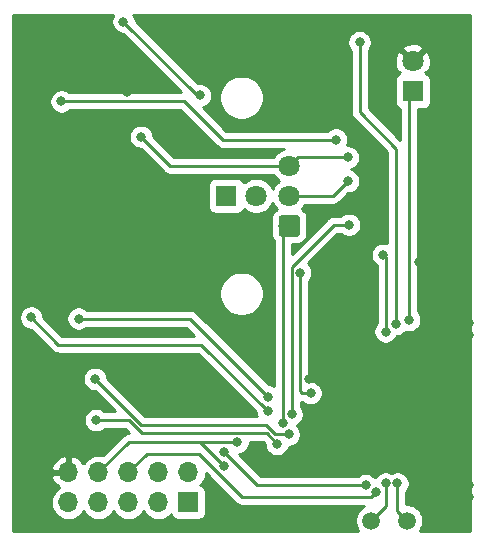
<source format=gbl>
G04 #@! TF.GenerationSoftware,KiCad,Pcbnew,(5.1.0)-1*
G04 #@! TF.CreationDate,2019-04-11T16:46:24+05:30*
G04 #@! TF.ProjectId,senseBe_rev3_main,73656e73-6542-4655-9f72-6576335f6d61,rev?*
G04 #@! TF.SameCoordinates,Original*
G04 #@! TF.FileFunction,Copper,L2,Bot*
G04 #@! TF.FilePolarity,Positive*
%FSLAX46Y46*%
G04 Gerber Fmt 4.6, Leading zero omitted, Abs format (unit mm)*
G04 Created by KiCad (PCBNEW (5.1.0)-1) date 2019-04-11 16:46:24*
%MOMM*%
%LPD*%
G04 APERTURE LIST*
%ADD10C,0.100000*%
%ADD11C,1.800000*%
%ADD12R,1.800000X1.800000*%
%ADD13R,1.700000X1.700000*%
%ADD14O,1.700000X1.700000*%
%ADD15C,1.500000*%
%ADD16C,0.800000*%
%ADD17C,0.250000*%
%ADD18C,0.254000*%
G04 APERTURE END LIST*
D10*
G36*
X34724324Y-27651205D02*
G01*
X34748612Y-27654808D01*
X34772429Y-27660774D01*
X34795547Y-27669045D01*
X34817743Y-27679543D01*
X34838804Y-27692166D01*
X34858525Y-27706793D01*
X34876718Y-27723282D01*
X34893207Y-27741475D01*
X34907834Y-27761196D01*
X34920457Y-27782257D01*
X34930955Y-27804453D01*
X34939226Y-27827571D01*
X34945192Y-27851388D01*
X34948795Y-27875676D01*
X34950000Y-27900200D01*
X34950000Y-29199800D01*
X34948795Y-29224324D01*
X34945192Y-29248612D01*
X34939226Y-29272429D01*
X34930955Y-29295547D01*
X34920457Y-29317743D01*
X34907834Y-29338804D01*
X34893207Y-29358525D01*
X34876718Y-29376718D01*
X34858525Y-29393207D01*
X34838804Y-29407834D01*
X34817743Y-29420457D01*
X34795547Y-29430955D01*
X34772429Y-29439226D01*
X34748612Y-29445192D01*
X34724324Y-29448795D01*
X34699800Y-29450000D01*
X33400200Y-29450000D01*
X33375676Y-29448795D01*
X33351388Y-29445192D01*
X33327571Y-29439226D01*
X33304453Y-29430955D01*
X33282257Y-29420457D01*
X33261196Y-29407834D01*
X33241475Y-29393207D01*
X33223282Y-29376718D01*
X33206793Y-29358525D01*
X33192166Y-29338804D01*
X33179543Y-29317743D01*
X33169045Y-29295547D01*
X33160774Y-29272429D01*
X33154808Y-29248612D01*
X33151205Y-29224324D01*
X33150000Y-29199800D01*
X33150000Y-27900200D01*
X33151205Y-27875676D01*
X33154808Y-27851388D01*
X33160774Y-27827571D01*
X33169045Y-27804453D01*
X33179543Y-27782257D01*
X33192166Y-27761196D01*
X33206793Y-27741475D01*
X33223282Y-27723282D01*
X33241475Y-27706793D01*
X33261196Y-27692166D01*
X33282257Y-27679543D01*
X33304453Y-27669045D01*
X33327571Y-27660774D01*
X33351388Y-27654808D01*
X33375676Y-27651205D01*
X33400200Y-27650000D01*
X34699800Y-27650000D01*
X34724324Y-27651205D01*
X34724324Y-27651205D01*
G37*
D11*
X34050000Y-28550000D03*
X34050000Y-26010000D03*
X34050000Y-23470000D03*
D12*
X28700000Y-26000000D03*
D11*
X31240000Y-26000000D03*
D13*
X25500000Y-51950000D03*
D14*
X25500000Y-49410000D03*
X22960000Y-51950000D03*
X22960000Y-49410000D03*
X20420000Y-51950000D03*
X20420000Y-49410000D03*
X17880000Y-51950000D03*
X17880000Y-49410000D03*
X15340000Y-51950000D03*
X15340000Y-49410000D03*
D11*
X44500000Y-14610000D03*
D12*
X44500000Y-17150000D03*
D15*
X44000000Y-53500000D03*
X41000000Y-53500000D03*
D16*
X40000000Y-46500000D03*
X43000000Y-46500000D03*
X40000000Y-41500000D03*
X43000000Y-41500000D03*
X45000000Y-44000000D03*
X46000000Y-41500000D03*
X48000000Y-42000000D03*
X49000000Y-42000000D03*
X48000000Y-40750000D03*
X49000000Y-40750000D03*
X36000000Y-48200000D03*
X36000000Y-49250000D03*
X37000000Y-49250000D03*
X37750000Y-37550000D03*
X49300000Y-37750000D03*
X48450000Y-37750000D03*
X49300000Y-36750000D03*
X48450000Y-36750000D03*
X49300000Y-50500000D03*
X49300000Y-51500000D03*
X41500000Y-44000000D03*
X36900000Y-38500000D03*
X37750000Y-38500000D03*
X20850000Y-22250000D03*
X31400000Y-47150000D03*
X24000000Y-11250000D03*
X37000000Y-31600000D03*
X45000000Y-31600000D03*
X16000000Y-11250000D03*
X35700000Y-41550000D03*
X20300000Y-17221220D03*
X15311140Y-23192760D03*
X15100000Y-34900000D03*
X19300000Y-32400000D03*
X44200000Y-36500000D03*
X29650000Y-46850000D03*
X28500000Y-48850000D03*
X39000000Y-22750000D03*
X21500000Y-21000000D03*
X28500000Y-47650000D03*
X40500000Y-50500000D03*
X41400000Y-51100000D03*
X17600000Y-41500000D03*
X34000000Y-46200000D03*
X17700000Y-45000000D03*
X33000000Y-47000000D03*
X39100000Y-28450000D03*
X34250000Y-44500000D03*
X39000000Y-24750000D03*
X42000000Y-31000000D03*
X42200000Y-37500000D03*
X32250000Y-43000000D03*
X16200000Y-36400000D03*
X32250000Y-44250000D03*
X12200000Y-36300000D03*
X43200003Y-50350000D03*
X42200000Y-50350000D03*
X40000000Y-13000000D03*
X43100000Y-36850000D03*
X38000000Y-21250000D03*
X14750000Y-18000000D03*
X33500000Y-45250000D03*
X26500000Y-17500000D03*
X35850000Y-42700000D03*
X34975000Y-32500000D03*
X20000000Y-11250000D03*
D17*
X36000000Y-48200000D02*
X36000000Y-49250000D01*
X36000000Y-49250000D02*
X37000000Y-49250000D01*
X49300000Y-37750000D02*
X49300000Y-36750000D01*
X48450000Y-37750000D02*
X49300000Y-37750000D01*
X48450000Y-37750000D02*
X48450000Y-36750000D01*
X48450000Y-36750000D02*
X49300000Y-36750000D01*
X49300000Y-50500000D02*
X49300000Y-51500000D01*
X49000000Y-40750000D02*
X48000000Y-40750000D01*
X40000000Y-42500000D02*
X41500000Y-44000000D01*
X40000000Y-41500000D02*
X40000000Y-42500000D01*
X40000000Y-45500000D02*
X41500000Y-44000000D01*
X40000000Y-46500000D02*
X40000000Y-45500000D01*
X41500000Y-44000000D02*
X45000000Y-44000000D01*
X43000000Y-42500000D02*
X43000000Y-41500000D01*
X41500000Y-44000000D02*
X43000000Y-42500000D01*
X43000000Y-45500000D02*
X41500000Y-44000000D01*
X43000000Y-46500000D02*
X43000000Y-45500000D01*
X43565685Y-41500000D02*
X46000000Y-41500000D01*
X43000000Y-41500000D02*
X43565685Y-41500000D01*
X47250000Y-41500000D02*
X48000000Y-40750000D01*
X46000000Y-41500000D02*
X47250000Y-41500000D01*
X48000000Y-42000000D02*
X49000000Y-42000000D01*
X48000000Y-42000000D02*
X48000000Y-40750000D01*
X37750000Y-38500000D02*
X36900000Y-38500000D01*
X16000000Y-12921220D02*
X20300000Y-17221220D01*
X16000000Y-11250000D02*
X16000000Y-12921220D01*
X19907240Y-23192760D02*
X20850000Y-22250000D01*
X15311140Y-23192760D02*
X19907240Y-23192760D01*
X15100000Y-23403900D02*
X15311140Y-23192760D01*
X15100000Y-34900000D02*
X15100000Y-23403900D01*
X20850000Y-30850000D02*
X20850000Y-22250000D01*
X19300000Y-32400000D02*
X20850000Y-30850000D01*
X44200000Y-17450000D02*
X44500000Y-17150000D01*
X44200000Y-36500000D02*
X44200000Y-17450000D01*
X17880000Y-49410000D02*
X20440000Y-46850000D01*
X28500000Y-48850000D02*
X26500000Y-46850000D01*
X20440000Y-46850000D02*
X26500000Y-46850000D01*
X26500000Y-46850000D02*
X29650000Y-46850000D01*
X34770000Y-22750000D02*
X34050000Y-23470000D01*
X39000000Y-22750000D02*
X34770000Y-22750000D01*
X23970000Y-23470000D02*
X34050000Y-23470000D01*
X21500000Y-21000000D02*
X23970000Y-23470000D01*
X28500000Y-47650000D02*
X31350000Y-50500000D01*
X31350000Y-50500000D02*
X40500000Y-50500000D01*
X41000001Y-51499999D02*
X30049999Y-51499999D01*
X41400000Y-51100000D02*
X41000001Y-51499999D01*
X21980000Y-47850000D02*
X26400000Y-47850000D01*
X20420000Y-49410000D02*
X21980000Y-47850000D01*
X30049999Y-51499999D02*
X26400000Y-47850000D01*
X32836410Y-46200000D02*
X34000000Y-46200000D01*
X32036410Y-45400000D02*
X32836410Y-46200000D01*
X17600000Y-41500000D02*
X21500000Y-45400000D01*
X21500000Y-45400000D02*
X32036410Y-45400000D01*
X33000000Y-47000000D02*
X32125000Y-46125000D01*
X21588589Y-46124999D02*
X32124999Y-46124999D01*
X20463590Y-45000000D02*
X21588589Y-46124999D01*
X17700000Y-45000000D02*
X20463590Y-45000000D01*
X37800000Y-28450000D02*
X39100000Y-28450000D01*
X34250000Y-32000000D02*
X37800000Y-28450000D01*
X34250000Y-44500000D02*
X34250000Y-32000000D01*
X37740000Y-26010000D02*
X34050000Y-26010000D01*
X39000000Y-24750000D02*
X37740000Y-26010000D01*
X42200000Y-31200000D02*
X42000000Y-31000000D01*
X42200000Y-37500000D02*
X42200000Y-31200000D01*
X16200000Y-36400000D02*
X25650000Y-36400000D01*
X25650000Y-36400000D02*
X31850000Y-42600000D01*
X32250000Y-43000000D02*
X31850000Y-42600000D01*
X32250000Y-44250000D02*
X26600000Y-38600000D01*
X14500000Y-38600000D02*
X12200000Y-36300000D01*
X26600000Y-38600000D02*
X14500000Y-38600000D01*
X43200003Y-50350000D02*
X43200003Y-52700003D01*
X43200003Y-52700003D02*
X44000000Y-53500000D01*
X42200000Y-52300000D02*
X41000000Y-53500000D01*
X42200000Y-50350000D02*
X42200000Y-52300000D01*
X43100000Y-36850000D02*
X43100000Y-22000000D01*
X40000000Y-18900000D02*
X40000000Y-13000000D01*
X43100000Y-22000000D02*
X40000000Y-18900000D01*
X14750000Y-18000000D02*
X25150000Y-18000000D01*
X28400000Y-21250000D02*
X38000000Y-21250000D01*
X25150000Y-18000000D02*
X28400000Y-21250000D01*
X33450000Y-29150000D02*
X34050000Y-28550000D01*
X33500000Y-29100000D02*
X34050000Y-28550000D01*
X33500000Y-45250000D02*
X33500000Y-29100000D01*
X26250000Y-17500000D02*
X26500000Y-17500000D01*
X35850000Y-42700000D02*
X35150000Y-42700000D01*
X34974999Y-32500001D02*
X34975000Y-32500000D01*
X35150000Y-42700000D02*
X34974999Y-42524999D01*
X34974999Y-42524999D02*
X34974999Y-32500001D01*
X20000000Y-11250000D02*
X26250000Y-17500000D01*
D18*
G36*
X19082795Y-10759744D02*
G01*
X19004774Y-10948102D01*
X18965000Y-11148061D01*
X18965000Y-11351939D01*
X19004774Y-11551898D01*
X19082795Y-11740256D01*
X19196063Y-11909774D01*
X19340226Y-12053937D01*
X19509744Y-12167205D01*
X19698102Y-12245226D01*
X19898061Y-12285000D01*
X19960199Y-12285000D01*
X24915198Y-17240000D01*
X15453711Y-17240000D01*
X15409774Y-17196063D01*
X15240256Y-17082795D01*
X15051898Y-17004774D01*
X14851939Y-16965000D01*
X14648061Y-16965000D01*
X14448102Y-17004774D01*
X14259744Y-17082795D01*
X14090226Y-17196063D01*
X13946063Y-17340226D01*
X13832795Y-17509744D01*
X13754774Y-17698102D01*
X13715000Y-17898061D01*
X13715000Y-18101939D01*
X13754774Y-18301898D01*
X13832795Y-18490256D01*
X13946063Y-18659774D01*
X14090226Y-18803937D01*
X14259744Y-18917205D01*
X14448102Y-18995226D01*
X14648061Y-19035000D01*
X14851939Y-19035000D01*
X15051898Y-18995226D01*
X15240256Y-18917205D01*
X15409774Y-18803937D01*
X15453711Y-18760000D01*
X24835199Y-18760000D01*
X27836201Y-21761003D01*
X27859999Y-21790001D01*
X27888997Y-21813799D01*
X27975723Y-21884974D01*
X28090012Y-21946063D01*
X28107753Y-21955546D01*
X28251014Y-21999003D01*
X28362667Y-22010000D01*
X28362676Y-22010000D01*
X28399999Y-22013676D01*
X28437322Y-22010000D01*
X33563603Y-22010000D01*
X33322905Y-22109701D01*
X33071495Y-22277688D01*
X32857688Y-22491495D01*
X32711687Y-22710000D01*
X24284803Y-22710000D01*
X22535000Y-20960199D01*
X22535000Y-20898061D01*
X22495226Y-20698102D01*
X22417205Y-20509744D01*
X22303937Y-20340226D01*
X22159774Y-20196063D01*
X21990256Y-20082795D01*
X21801898Y-20004774D01*
X21601939Y-19965000D01*
X21398061Y-19965000D01*
X21198102Y-20004774D01*
X21009744Y-20082795D01*
X20840226Y-20196063D01*
X20696063Y-20340226D01*
X20582795Y-20509744D01*
X20504774Y-20698102D01*
X20465000Y-20898061D01*
X20465000Y-21101939D01*
X20504774Y-21301898D01*
X20582795Y-21490256D01*
X20696063Y-21659774D01*
X20840226Y-21803937D01*
X21009744Y-21917205D01*
X21198102Y-21995226D01*
X21398061Y-22035000D01*
X21460199Y-22035000D01*
X23406205Y-23981008D01*
X23429999Y-24010001D01*
X23458992Y-24033795D01*
X23458996Y-24033799D01*
X23527753Y-24090226D01*
X23545724Y-24104974D01*
X23677753Y-24175546D01*
X23821014Y-24219003D01*
X23932667Y-24230000D01*
X23932676Y-24230000D01*
X23969999Y-24233676D01*
X24007322Y-24230000D01*
X32711687Y-24230000D01*
X32857688Y-24448505D01*
X33071495Y-24662312D01*
X33187763Y-24740000D01*
X33071495Y-24817688D01*
X32857688Y-25031495D01*
X32689701Y-25282905D01*
X32647071Y-25385822D01*
X32600299Y-25272905D01*
X32432312Y-25021495D01*
X32218505Y-24807688D01*
X31967095Y-24639701D01*
X31687743Y-24523989D01*
X31391184Y-24465000D01*
X31088816Y-24465000D01*
X30792257Y-24523989D01*
X30512905Y-24639701D01*
X30261495Y-24807688D01*
X30195056Y-24874127D01*
X30189502Y-24855820D01*
X30130537Y-24745506D01*
X30051185Y-24648815D01*
X29954494Y-24569463D01*
X29844180Y-24510498D01*
X29724482Y-24474188D01*
X29600000Y-24461928D01*
X27800000Y-24461928D01*
X27675518Y-24474188D01*
X27555820Y-24510498D01*
X27445506Y-24569463D01*
X27348815Y-24648815D01*
X27269463Y-24745506D01*
X27210498Y-24855820D01*
X27174188Y-24975518D01*
X27161928Y-25100000D01*
X27161928Y-26900000D01*
X27174188Y-27024482D01*
X27210498Y-27144180D01*
X27269463Y-27254494D01*
X27348815Y-27351185D01*
X27445506Y-27430537D01*
X27555820Y-27489502D01*
X27675518Y-27525812D01*
X27800000Y-27538072D01*
X29600000Y-27538072D01*
X29724482Y-27525812D01*
X29844180Y-27489502D01*
X29954494Y-27430537D01*
X30051185Y-27351185D01*
X30130537Y-27254494D01*
X30189502Y-27144180D01*
X30195056Y-27125873D01*
X30261495Y-27192312D01*
X30512905Y-27360299D01*
X30792257Y-27476011D01*
X31088816Y-27535000D01*
X31391184Y-27535000D01*
X31687743Y-27476011D01*
X31967095Y-27360299D01*
X32218505Y-27192312D01*
X32432312Y-26978505D01*
X32600299Y-26727095D01*
X32642929Y-26624178D01*
X32689701Y-26737095D01*
X32857688Y-26988505D01*
X32987581Y-27118398D01*
X32906703Y-27161629D01*
X32772097Y-27272097D01*
X32661629Y-27406703D01*
X32579544Y-27560273D01*
X32528996Y-27726907D01*
X32511928Y-27900200D01*
X32511928Y-29199800D01*
X32528996Y-29373093D01*
X32579544Y-29539727D01*
X32661629Y-29693297D01*
X32740001Y-29788794D01*
X32740000Y-42082689D01*
X32551898Y-42004774D01*
X32351939Y-41965000D01*
X32289802Y-41965000D01*
X26213804Y-35889003D01*
X26190001Y-35859999D01*
X26074276Y-35765026D01*
X25942247Y-35694454D01*
X25798986Y-35650997D01*
X25687333Y-35640000D01*
X25687322Y-35640000D01*
X25650000Y-35636324D01*
X25612678Y-35640000D01*
X16903711Y-35640000D01*
X16859774Y-35596063D01*
X16690256Y-35482795D01*
X16501898Y-35404774D01*
X16301939Y-35365000D01*
X16098061Y-35365000D01*
X15898102Y-35404774D01*
X15709744Y-35482795D01*
X15540226Y-35596063D01*
X15396063Y-35740226D01*
X15282795Y-35909744D01*
X15204774Y-36098102D01*
X15165000Y-36298061D01*
X15165000Y-36501939D01*
X15204774Y-36701898D01*
X15282795Y-36890256D01*
X15396063Y-37059774D01*
X15540226Y-37203937D01*
X15709744Y-37317205D01*
X15898102Y-37395226D01*
X16098061Y-37435000D01*
X16301939Y-37435000D01*
X16501898Y-37395226D01*
X16690256Y-37317205D01*
X16859774Y-37203937D01*
X16903711Y-37160000D01*
X25335199Y-37160000D01*
X26015199Y-37840000D01*
X14814802Y-37840000D01*
X13235000Y-36260199D01*
X13235000Y-36198061D01*
X13195226Y-35998102D01*
X13117205Y-35809744D01*
X13003937Y-35640226D01*
X12859774Y-35496063D01*
X12690256Y-35382795D01*
X12501898Y-35304774D01*
X12301939Y-35265000D01*
X12098061Y-35265000D01*
X11898102Y-35304774D01*
X11709744Y-35382795D01*
X11540226Y-35496063D01*
X11396063Y-35640226D01*
X11282795Y-35809744D01*
X11204774Y-35998102D01*
X11165000Y-36198061D01*
X11165000Y-36401939D01*
X11204774Y-36601898D01*
X11282795Y-36790256D01*
X11396063Y-36959774D01*
X11540226Y-37103937D01*
X11709744Y-37217205D01*
X11898102Y-37295226D01*
X12098061Y-37335000D01*
X12160199Y-37335000D01*
X13936200Y-39111002D01*
X13959999Y-39140001D01*
X14075724Y-39234974D01*
X14207753Y-39305546D01*
X14351014Y-39349003D01*
X14462667Y-39360000D01*
X14462676Y-39360000D01*
X14499999Y-39363676D01*
X14537322Y-39360000D01*
X26285199Y-39360000D01*
X31215000Y-44289802D01*
X31215000Y-44351939D01*
X31254774Y-44551898D01*
X31291267Y-44640000D01*
X21814802Y-44640000D01*
X18635000Y-41460199D01*
X18635000Y-41398061D01*
X18595226Y-41198102D01*
X18517205Y-41009744D01*
X18403937Y-40840226D01*
X18259774Y-40696063D01*
X18090256Y-40582795D01*
X17901898Y-40504774D01*
X17701939Y-40465000D01*
X17498061Y-40465000D01*
X17298102Y-40504774D01*
X17109744Y-40582795D01*
X16940226Y-40696063D01*
X16796063Y-40840226D01*
X16682795Y-41009744D01*
X16604774Y-41198102D01*
X16565000Y-41398061D01*
X16565000Y-41601939D01*
X16604774Y-41801898D01*
X16682795Y-41990256D01*
X16796063Y-42159774D01*
X16940226Y-42303937D01*
X17109744Y-42417205D01*
X17298102Y-42495226D01*
X17498061Y-42535000D01*
X17560199Y-42535000D01*
X19265198Y-44240000D01*
X18403711Y-44240000D01*
X18359774Y-44196063D01*
X18190256Y-44082795D01*
X18001898Y-44004774D01*
X17801939Y-43965000D01*
X17598061Y-43965000D01*
X17398102Y-44004774D01*
X17209744Y-44082795D01*
X17040226Y-44196063D01*
X16896063Y-44340226D01*
X16782795Y-44509744D01*
X16704774Y-44698102D01*
X16665000Y-44898061D01*
X16665000Y-45101939D01*
X16704774Y-45301898D01*
X16782795Y-45490256D01*
X16896063Y-45659774D01*
X17040226Y-45803937D01*
X17209744Y-45917205D01*
X17398102Y-45995226D01*
X17598061Y-46035000D01*
X17801939Y-46035000D01*
X18001898Y-45995226D01*
X18190256Y-45917205D01*
X18359774Y-45803937D01*
X18403711Y-45760000D01*
X20148789Y-45760000D01*
X20478789Y-46090000D01*
X20477325Y-46090000D01*
X20440000Y-46086324D01*
X20402675Y-46090000D01*
X20402667Y-46090000D01*
X20291014Y-46100997D01*
X20147753Y-46144454D01*
X20015724Y-46215026D01*
X19899999Y-46309999D01*
X19876201Y-46338997D01*
X18245996Y-47969203D01*
X18171111Y-47946487D01*
X17952950Y-47925000D01*
X17807050Y-47925000D01*
X17588889Y-47946487D01*
X17308966Y-48031401D01*
X17050986Y-48169294D01*
X16824866Y-48354866D01*
X16639294Y-48580986D01*
X16604799Y-48645523D01*
X16535178Y-48528645D01*
X16340269Y-48312412D01*
X16106920Y-48138359D01*
X15844099Y-48013175D01*
X15696890Y-47968524D01*
X15467000Y-48089845D01*
X15467000Y-49283000D01*
X15487000Y-49283000D01*
X15487000Y-49537000D01*
X15467000Y-49537000D01*
X15467000Y-49557000D01*
X15213000Y-49557000D01*
X15213000Y-49537000D01*
X14019186Y-49537000D01*
X13898519Y-49766891D01*
X13995843Y-50041252D01*
X14144822Y-50291355D01*
X14339731Y-50507588D01*
X14568756Y-50678416D01*
X14510986Y-50709294D01*
X14284866Y-50894866D01*
X14099294Y-51120986D01*
X13961401Y-51378966D01*
X13876487Y-51658889D01*
X13847815Y-51950000D01*
X13876487Y-52241111D01*
X13961401Y-52521034D01*
X14099294Y-52779014D01*
X14284866Y-53005134D01*
X14510986Y-53190706D01*
X14768966Y-53328599D01*
X15048889Y-53413513D01*
X15267050Y-53435000D01*
X15412950Y-53435000D01*
X15631111Y-53413513D01*
X15911034Y-53328599D01*
X16169014Y-53190706D01*
X16395134Y-53005134D01*
X16580706Y-52779014D01*
X16610000Y-52724209D01*
X16639294Y-52779014D01*
X16824866Y-53005134D01*
X17050986Y-53190706D01*
X17308966Y-53328599D01*
X17588889Y-53413513D01*
X17807050Y-53435000D01*
X17952950Y-53435000D01*
X18171111Y-53413513D01*
X18451034Y-53328599D01*
X18709014Y-53190706D01*
X18935134Y-53005134D01*
X19120706Y-52779014D01*
X19150000Y-52724209D01*
X19179294Y-52779014D01*
X19364866Y-53005134D01*
X19590986Y-53190706D01*
X19848966Y-53328599D01*
X20128889Y-53413513D01*
X20347050Y-53435000D01*
X20492950Y-53435000D01*
X20711111Y-53413513D01*
X20991034Y-53328599D01*
X21249014Y-53190706D01*
X21475134Y-53005134D01*
X21660706Y-52779014D01*
X21690000Y-52724209D01*
X21719294Y-52779014D01*
X21904866Y-53005134D01*
X22130986Y-53190706D01*
X22388966Y-53328599D01*
X22668889Y-53413513D01*
X22887050Y-53435000D01*
X23032950Y-53435000D01*
X23251111Y-53413513D01*
X23531034Y-53328599D01*
X23789014Y-53190706D01*
X24015134Y-53005134D01*
X24039607Y-52975313D01*
X24060498Y-53044180D01*
X24119463Y-53154494D01*
X24198815Y-53251185D01*
X24295506Y-53330537D01*
X24405820Y-53389502D01*
X24525518Y-53425812D01*
X24650000Y-53438072D01*
X26350000Y-53438072D01*
X26474482Y-53425812D01*
X26594180Y-53389502D01*
X26704494Y-53330537D01*
X26801185Y-53251185D01*
X26880537Y-53154494D01*
X26939502Y-53044180D01*
X26975812Y-52924482D01*
X26988072Y-52800000D01*
X26988072Y-51100000D01*
X26975812Y-50975518D01*
X26939502Y-50855820D01*
X26880537Y-50745506D01*
X26801185Y-50648815D01*
X26704494Y-50569463D01*
X26594180Y-50510498D01*
X26525313Y-50489607D01*
X26555134Y-50465134D01*
X26740706Y-50239014D01*
X26878599Y-49981034D01*
X26963513Y-49701111D01*
X26982593Y-49507394D01*
X29486200Y-52011002D01*
X29509998Y-52040000D01*
X29538996Y-52063798D01*
X29625722Y-52134973D01*
X29672548Y-52160002D01*
X29757752Y-52205545D01*
X29901013Y-52249002D01*
X30012666Y-52259999D01*
X30012675Y-52259999D01*
X30049998Y-52263675D01*
X30087321Y-52259999D01*
X40374449Y-52259999D01*
X40343957Y-52272629D01*
X40117114Y-52424201D01*
X39924201Y-52617114D01*
X39772629Y-52843957D01*
X39668225Y-53096011D01*
X39615000Y-53363589D01*
X39615000Y-53636411D01*
X39668225Y-53903989D01*
X39772629Y-54156043D01*
X39895545Y-54340000D01*
X10660000Y-54340000D01*
X10660000Y-49053109D01*
X13898519Y-49053109D01*
X14019186Y-49283000D01*
X15213000Y-49283000D01*
X15213000Y-48089845D01*
X14983110Y-47968524D01*
X14835901Y-48013175D01*
X14573080Y-48138359D01*
X14339731Y-48312412D01*
X14144822Y-48528645D01*
X13995843Y-48778748D01*
X13898519Y-49053109D01*
X10660000Y-49053109D01*
X10660000Y-34114344D01*
X28115000Y-34114344D01*
X28115000Y-34485656D01*
X28187439Y-34849834D01*
X28329534Y-35192882D01*
X28535825Y-35501618D01*
X28798382Y-35764175D01*
X29107118Y-35970466D01*
X29450166Y-36112561D01*
X29814344Y-36185000D01*
X30185656Y-36185000D01*
X30549834Y-36112561D01*
X30892882Y-35970466D01*
X31201618Y-35764175D01*
X31464175Y-35501618D01*
X31670466Y-35192882D01*
X31812561Y-34849834D01*
X31885000Y-34485656D01*
X31885000Y-34114344D01*
X31812561Y-33750166D01*
X31670466Y-33407118D01*
X31464175Y-33098382D01*
X31201618Y-32835825D01*
X30892882Y-32629534D01*
X30549834Y-32487439D01*
X30185656Y-32415000D01*
X29814344Y-32415000D01*
X29450166Y-32487439D01*
X29107118Y-32629534D01*
X28798382Y-32835825D01*
X28535825Y-33098382D01*
X28329534Y-33407118D01*
X28187439Y-33750166D01*
X28115000Y-34114344D01*
X10660000Y-34114344D01*
X10660000Y-10660000D01*
X19149442Y-10660000D01*
X19082795Y-10759744D01*
X19082795Y-10759744D01*
G37*
X19082795Y-10759744D02*
X19004774Y-10948102D01*
X18965000Y-11148061D01*
X18965000Y-11351939D01*
X19004774Y-11551898D01*
X19082795Y-11740256D01*
X19196063Y-11909774D01*
X19340226Y-12053937D01*
X19509744Y-12167205D01*
X19698102Y-12245226D01*
X19898061Y-12285000D01*
X19960199Y-12285000D01*
X24915198Y-17240000D01*
X15453711Y-17240000D01*
X15409774Y-17196063D01*
X15240256Y-17082795D01*
X15051898Y-17004774D01*
X14851939Y-16965000D01*
X14648061Y-16965000D01*
X14448102Y-17004774D01*
X14259744Y-17082795D01*
X14090226Y-17196063D01*
X13946063Y-17340226D01*
X13832795Y-17509744D01*
X13754774Y-17698102D01*
X13715000Y-17898061D01*
X13715000Y-18101939D01*
X13754774Y-18301898D01*
X13832795Y-18490256D01*
X13946063Y-18659774D01*
X14090226Y-18803937D01*
X14259744Y-18917205D01*
X14448102Y-18995226D01*
X14648061Y-19035000D01*
X14851939Y-19035000D01*
X15051898Y-18995226D01*
X15240256Y-18917205D01*
X15409774Y-18803937D01*
X15453711Y-18760000D01*
X24835199Y-18760000D01*
X27836201Y-21761003D01*
X27859999Y-21790001D01*
X27888997Y-21813799D01*
X27975723Y-21884974D01*
X28090012Y-21946063D01*
X28107753Y-21955546D01*
X28251014Y-21999003D01*
X28362667Y-22010000D01*
X28362676Y-22010000D01*
X28399999Y-22013676D01*
X28437322Y-22010000D01*
X33563603Y-22010000D01*
X33322905Y-22109701D01*
X33071495Y-22277688D01*
X32857688Y-22491495D01*
X32711687Y-22710000D01*
X24284803Y-22710000D01*
X22535000Y-20960199D01*
X22535000Y-20898061D01*
X22495226Y-20698102D01*
X22417205Y-20509744D01*
X22303937Y-20340226D01*
X22159774Y-20196063D01*
X21990256Y-20082795D01*
X21801898Y-20004774D01*
X21601939Y-19965000D01*
X21398061Y-19965000D01*
X21198102Y-20004774D01*
X21009744Y-20082795D01*
X20840226Y-20196063D01*
X20696063Y-20340226D01*
X20582795Y-20509744D01*
X20504774Y-20698102D01*
X20465000Y-20898061D01*
X20465000Y-21101939D01*
X20504774Y-21301898D01*
X20582795Y-21490256D01*
X20696063Y-21659774D01*
X20840226Y-21803937D01*
X21009744Y-21917205D01*
X21198102Y-21995226D01*
X21398061Y-22035000D01*
X21460199Y-22035000D01*
X23406205Y-23981008D01*
X23429999Y-24010001D01*
X23458992Y-24033795D01*
X23458996Y-24033799D01*
X23527753Y-24090226D01*
X23545724Y-24104974D01*
X23677753Y-24175546D01*
X23821014Y-24219003D01*
X23932667Y-24230000D01*
X23932676Y-24230000D01*
X23969999Y-24233676D01*
X24007322Y-24230000D01*
X32711687Y-24230000D01*
X32857688Y-24448505D01*
X33071495Y-24662312D01*
X33187763Y-24740000D01*
X33071495Y-24817688D01*
X32857688Y-25031495D01*
X32689701Y-25282905D01*
X32647071Y-25385822D01*
X32600299Y-25272905D01*
X32432312Y-25021495D01*
X32218505Y-24807688D01*
X31967095Y-24639701D01*
X31687743Y-24523989D01*
X31391184Y-24465000D01*
X31088816Y-24465000D01*
X30792257Y-24523989D01*
X30512905Y-24639701D01*
X30261495Y-24807688D01*
X30195056Y-24874127D01*
X30189502Y-24855820D01*
X30130537Y-24745506D01*
X30051185Y-24648815D01*
X29954494Y-24569463D01*
X29844180Y-24510498D01*
X29724482Y-24474188D01*
X29600000Y-24461928D01*
X27800000Y-24461928D01*
X27675518Y-24474188D01*
X27555820Y-24510498D01*
X27445506Y-24569463D01*
X27348815Y-24648815D01*
X27269463Y-24745506D01*
X27210498Y-24855820D01*
X27174188Y-24975518D01*
X27161928Y-25100000D01*
X27161928Y-26900000D01*
X27174188Y-27024482D01*
X27210498Y-27144180D01*
X27269463Y-27254494D01*
X27348815Y-27351185D01*
X27445506Y-27430537D01*
X27555820Y-27489502D01*
X27675518Y-27525812D01*
X27800000Y-27538072D01*
X29600000Y-27538072D01*
X29724482Y-27525812D01*
X29844180Y-27489502D01*
X29954494Y-27430537D01*
X30051185Y-27351185D01*
X30130537Y-27254494D01*
X30189502Y-27144180D01*
X30195056Y-27125873D01*
X30261495Y-27192312D01*
X30512905Y-27360299D01*
X30792257Y-27476011D01*
X31088816Y-27535000D01*
X31391184Y-27535000D01*
X31687743Y-27476011D01*
X31967095Y-27360299D01*
X32218505Y-27192312D01*
X32432312Y-26978505D01*
X32600299Y-26727095D01*
X32642929Y-26624178D01*
X32689701Y-26737095D01*
X32857688Y-26988505D01*
X32987581Y-27118398D01*
X32906703Y-27161629D01*
X32772097Y-27272097D01*
X32661629Y-27406703D01*
X32579544Y-27560273D01*
X32528996Y-27726907D01*
X32511928Y-27900200D01*
X32511928Y-29199800D01*
X32528996Y-29373093D01*
X32579544Y-29539727D01*
X32661629Y-29693297D01*
X32740001Y-29788794D01*
X32740000Y-42082689D01*
X32551898Y-42004774D01*
X32351939Y-41965000D01*
X32289802Y-41965000D01*
X26213804Y-35889003D01*
X26190001Y-35859999D01*
X26074276Y-35765026D01*
X25942247Y-35694454D01*
X25798986Y-35650997D01*
X25687333Y-35640000D01*
X25687322Y-35640000D01*
X25650000Y-35636324D01*
X25612678Y-35640000D01*
X16903711Y-35640000D01*
X16859774Y-35596063D01*
X16690256Y-35482795D01*
X16501898Y-35404774D01*
X16301939Y-35365000D01*
X16098061Y-35365000D01*
X15898102Y-35404774D01*
X15709744Y-35482795D01*
X15540226Y-35596063D01*
X15396063Y-35740226D01*
X15282795Y-35909744D01*
X15204774Y-36098102D01*
X15165000Y-36298061D01*
X15165000Y-36501939D01*
X15204774Y-36701898D01*
X15282795Y-36890256D01*
X15396063Y-37059774D01*
X15540226Y-37203937D01*
X15709744Y-37317205D01*
X15898102Y-37395226D01*
X16098061Y-37435000D01*
X16301939Y-37435000D01*
X16501898Y-37395226D01*
X16690256Y-37317205D01*
X16859774Y-37203937D01*
X16903711Y-37160000D01*
X25335199Y-37160000D01*
X26015199Y-37840000D01*
X14814802Y-37840000D01*
X13235000Y-36260199D01*
X13235000Y-36198061D01*
X13195226Y-35998102D01*
X13117205Y-35809744D01*
X13003937Y-35640226D01*
X12859774Y-35496063D01*
X12690256Y-35382795D01*
X12501898Y-35304774D01*
X12301939Y-35265000D01*
X12098061Y-35265000D01*
X11898102Y-35304774D01*
X11709744Y-35382795D01*
X11540226Y-35496063D01*
X11396063Y-35640226D01*
X11282795Y-35809744D01*
X11204774Y-35998102D01*
X11165000Y-36198061D01*
X11165000Y-36401939D01*
X11204774Y-36601898D01*
X11282795Y-36790256D01*
X11396063Y-36959774D01*
X11540226Y-37103937D01*
X11709744Y-37217205D01*
X11898102Y-37295226D01*
X12098061Y-37335000D01*
X12160199Y-37335000D01*
X13936200Y-39111002D01*
X13959999Y-39140001D01*
X14075724Y-39234974D01*
X14207753Y-39305546D01*
X14351014Y-39349003D01*
X14462667Y-39360000D01*
X14462676Y-39360000D01*
X14499999Y-39363676D01*
X14537322Y-39360000D01*
X26285199Y-39360000D01*
X31215000Y-44289802D01*
X31215000Y-44351939D01*
X31254774Y-44551898D01*
X31291267Y-44640000D01*
X21814802Y-44640000D01*
X18635000Y-41460199D01*
X18635000Y-41398061D01*
X18595226Y-41198102D01*
X18517205Y-41009744D01*
X18403937Y-40840226D01*
X18259774Y-40696063D01*
X18090256Y-40582795D01*
X17901898Y-40504774D01*
X17701939Y-40465000D01*
X17498061Y-40465000D01*
X17298102Y-40504774D01*
X17109744Y-40582795D01*
X16940226Y-40696063D01*
X16796063Y-40840226D01*
X16682795Y-41009744D01*
X16604774Y-41198102D01*
X16565000Y-41398061D01*
X16565000Y-41601939D01*
X16604774Y-41801898D01*
X16682795Y-41990256D01*
X16796063Y-42159774D01*
X16940226Y-42303937D01*
X17109744Y-42417205D01*
X17298102Y-42495226D01*
X17498061Y-42535000D01*
X17560199Y-42535000D01*
X19265198Y-44240000D01*
X18403711Y-44240000D01*
X18359774Y-44196063D01*
X18190256Y-44082795D01*
X18001898Y-44004774D01*
X17801939Y-43965000D01*
X17598061Y-43965000D01*
X17398102Y-44004774D01*
X17209744Y-44082795D01*
X17040226Y-44196063D01*
X16896063Y-44340226D01*
X16782795Y-44509744D01*
X16704774Y-44698102D01*
X16665000Y-44898061D01*
X16665000Y-45101939D01*
X16704774Y-45301898D01*
X16782795Y-45490256D01*
X16896063Y-45659774D01*
X17040226Y-45803937D01*
X17209744Y-45917205D01*
X17398102Y-45995226D01*
X17598061Y-46035000D01*
X17801939Y-46035000D01*
X18001898Y-45995226D01*
X18190256Y-45917205D01*
X18359774Y-45803937D01*
X18403711Y-45760000D01*
X20148789Y-45760000D01*
X20478789Y-46090000D01*
X20477325Y-46090000D01*
X20440000Y-46086324D01*
X20402675Y-46090000D01*
X20402667Y-46090000D01*
X20291014Y-46100997D01*
X20147753Y-46144454D01*
X20015724Y-46215026D01*
X19899999Y-46309999D01*
X19876201Y-46338997D01*
X18245996Y-47969203D01*
X18171111Y-47946487D01*
X17952950Y-47925000D01*
X17807050Y-47925000D01*
X17588889Y-47946487D01*
X17308966Y-48031401D01*
X17050986Y-48169294D01*
X16824866Y-48354866D01*
X16639294Y-48580986D01*
X16604799Y-48645523D01*
X16535178Y-48528645D01*
X16340269Y-48312412D01*
X16106920Y-48138359D01*
X15844099Y-48013175D01*
X15696890Y-47968524D01*
X15467000Y-48089845D01*
X15467000Y-49283000D01*
X15487000Y-49283000D01*
X15487000Y-49537000D01*
X15467000Y-49537000D01*
X15467000Y-49557000D01*
X15213000Y-49557000D01*
X15213000Y-49537000D01*
X14019186Y-49537000D01*
X13898519Y-49766891D01*
X13995843Y-50041252D01*
X14144822Y-50291355D01*
X14339731Y-50507588D01*
X14568756Y-50678416D01*
X14510986Y-50709294D01*
X14284866Y-50894866D01*
X14099294Y-51120986D01*
X13961401Y-51378966D01*
X13876487Y-51658889D01*
X13847815Y-51950000D01*
X13876487Y-52241111D01*
X13961401Y-52521034D01*
X14099294Y-52779014D01*
X14284866Y-53005134D01*
X14510986Y-53190706D01*
X14768966Y-53328599D01*
X15048889Y-53413513D01*
X15267050Y-53435000D01*
X15412950Y-53435000D01*
X15631111Y-53413513D01*
X15911034Y-53328599D01*
X16169014Y-53190706D01*
X16395134Y-53005134D01*
X16580706Y-52779014D01*
X16610000Y-52724209D01*
X16639294Y-52779014D01*
X16824866Y-53005134D01*
X17050986Y-53190706D01*
X17308966Y-53328599D01*
X17588889Y-53413513D01*
X17807050Y-53435000D01*
X17952950Y-53435000D01*
X18171111Y-53413513D01*
X18451034Y-53328599D01*
X18709014Y-53190706D01*
X18935134Y-53005134D01*
X19120706Y-52779014D01*
X19150000Y-52724209D01*
X19179294Y-52779014D01*
X19364866Y-53005134D01*
X19590986Y-53190706D01*
X19848966Y-53328599D01*
X20128889Y-53413513D01*
X20347050Y-53435000D01*
X20492950Y-53435000D01*
X20711111Y-53413513D01*
X20991034Y-53328599D01*
X21249014Y-53190706D01*
X21475134Y-53005134D01*
X21660706Y-52779014D01*
X21690000Y-52724209D01*
X21719294Y-52779014D01*
X21904866Y-53005134D01*
X22130986Y-53190706D01*
X22388966Y-53328599D01*
X22668889Y-53413513D01*
X22887050Y-53435000D01*
X23032950Y-53435000D01*
X23251111Y-53413513D01*
X23531034Y-53328599D01*
X23789014Y-53190706D01*
X24015134Y-53005134D01*
X24039607Y-52975313D01*
X24060498Y-53044180D01*
X24119463Y-53154494D01*
X24198815Y-53251185D01*
X24295506Y-53330537D01*
X24405820Y-53389502D01*
X24525518Y-53425812D01*
X24650000Y-53438072D01*
X26350000Y-53438072D01*
X26474482Y-53425812D01*
X26594180Y-53389502D01*
X26704494Y-53330537D01*
X26801185Y-53251185D01*
X26880537Y-53154494D01*
X26939502Y-53044180D01*
X26975812Y-52924482D01*
X26988072Y-52800000D01*
X26988072Y-51100000D01*
X26975812Y-50975518D01*
X26939502Y-50855820D01*
X26880537Y-50745506D01*
X26801185Y-50648815D01*
X26704494Y-50569463D01*
X26594180Y-50510498D01*
X26525313Y-50489607D01*
X26555134Y-50465134D01*
X26740706Y-50239014D01*
X26878599Y-49981034D01*
X26963513Y-49701111D01*
X26982593Y-49507394D01*
X29486200Y-52011002D01*
X29509998Y-52040000D01*
X29538996Y-52063798D01*
X29625722Y-52134973D01*
X29672548Y-52160002D01*
X29757752Y-52205545D01*
X29901013Y-52249002D01*
X30012666Y-52259999D01*
X30012675Y-52259999D01*
X30049998Y-52263675D01*
X30087321Y-52259999D01*
X40374449Y-52259999D01*
X40343957Y-52272629D01*
X40117114Y-52424201D01*
X39924201Y-52617114D01*
X39772629Y-52843957D01*
X39668225Y-53096011D01*
X39615000Y-53363589D01*
X39615000Y-53636411D01*
X39668225Y-53903989D01*
X39772629Y-54156043D01*
X39895545Y-54340000D01*
X10660000Y-54340000D01*
X10660000Y-49053109D01*
X13898519Y-49053109D01*
X14019186Y-49283000D01*
X15213000Y-49283000D01*
X15213000Y-48089845D01*
X14983110Y-47968524D01*
X14835901Y-48013175D01*
X14573080Y-48138359D01*
X14339731Y-48312412D01*
X14144822Y-48528645D01*
X13995843Y-48778748D01*
X13898519Y-49053109D01*
X10660000Y-49053109D01*
X10660000Y-34114344D01*
X28115000Y-34114344D01*
X28115000Y-34485656D01*
X28187439Y-34849834D01*
X28329534Y-35192882D01*
X28535825Y-35501618D01*
X28798382Y-35764175D01*
X29107118Y-35970466D01*
X29450166Y-36112561D01*
X29814344Y-36185000D01*
X30185656Y-36185000D01*
X30549834Y-36112561D01*
X30892882Y-35970466D01*
X31201618Y-35764175D01*
X31464175Y-35501618D01*
X31670466Y-35192882D01*
X31812561Y-34849834D01*
X31885000Y-34485656D01*
X31885000Y-34114344D01*
X31812561Y-33750166D01*
X31670466Y-33407118D01*
X31464175Y-33098382D01*
X31201618Y-32835825D01*
X30892882Y-32629534D01*
X30549834Y-32487439D01*
X30185656Y-32415000D01*
X29814344Y-32415000D01*
X29450166Y-32487439D01*
X29107118Y-32629534D01*
X28798382Y-32835825D01*
X28535825Y-33098382D01*
X28329534Y-33407118D01*
X28187439Y-33750166D01*
X28115000Y-34114344D01*
X10660000Y-34114344D01*
X10660000Y-10660000D01*
X19149442Y-10660000D01*
X19082795Y-10759744D01*
G36*
X49340000Y-54340000D02*
G01*
X45104455Y-54340000D01*
X45227371Y-54156043D01*
X45331775Y-53903989D01*
X45385000Y-53636411D01*
X45385000Y-53363589D01*
X45331775Y-53096011D01*
X45227371Y-52843957D01*
X45075799Y-52617114D01*
X44882886Y-52424201D01*
X44656043Y-52272629D01*
X44403989Y-52168225D01*
X44136411Y-52115000D01*
X43960003Y-52115000D01*
X43960003Y-51053711D01*
X44003940Y-51009774D01*
X44117208Y-50840256D01*
X44195229Y-50651898D01*
X44235003Y-50451939D01*
X44235003Y-50248061D01*
X44195229Y-50048102D01*
X44117208Y-49859744D01*
X44003940Y-49690226D01*
X43859777Y-49546063D01*
X43690259Y-49432795D01*
X43501901Y-49354774D01*
X43301942Y-49315000D01*
X43098064Y-49315000D01*
X42898105Y-49354774D01*
X42709747Y-49432795D01*
X42700002Y-49439307D01*
X42690256Y-49432795D01*
X42501898Y-49354774D01*
X42301939Y-49315000D01*
X42098061Y-49315000D01*
X41898102Y-49354774D01*
X41709744Y-49432795D01*
X41540226Y-49546063D01*
X41396063Y-49690226D01*
X41299081Y-49835370D01*
X41159774Y-49696063D01*
X40990256Y-49582795D01*
X40801898Y-49504774D01*
X40601939Y-49465000D01*
X40398061Y-49465000D01*
X40198102Y-49504774D01*
X40009744Y-49582795D01*
X39840226Y-49696063D01*
X39796289Y-49740000D01*
X31664802Y-49740000D01*
X29800201Y-47875400D01*
X29951898Y-47845226D01*
X30140256Y-47767205D01*
X30309774Y-47653937D01*
X30453937Y-47509774D01*
X30567205Y-47340256D01*
X30645226Y-47151898D01*
X30685000Y-46951939D01*
X30685000Y-46884999D01*
X31810198Y-46884999D01*
X31965000Y-47039801D01*
X31965000Y-47101939D01*
X32004774Y-47301898D01*
X32082795Y-47490256D01*
X32196063Y-47659774D01*
X32340226Y-47803937D01*
X32509744Y-47917205D01*
X32698102Y-47995226D01*
X32898061Y-48035000D01*
X33101939Y-48035000D01*
X33301898Y-47995226D01*
X33490256Y-47917205D01*
X33659774Y-47803937D01*
X33803937Y-47659774D01*
X33917205Y-47490256D01*
X33995226Y-47301898D01*
X34008533Y-47235000D01*
X34101939Y-47235000D01*
X34301898Y-47195226D01*
X34490256Y-47117205D01*
X34659774Y-47003937D01*
X34803937Y-46859774D01*
X34917205Y-46690256D01*
X34995226Y-46501898D01*
X35035000Y-46301939D01*
X35035000Y-46098061D01*
X34995226Y-45898102D01*
X34917205Y-45709744D01*
X34803937Y-45540226D01*
X34698296Y-45434585D01*
X34740256Y-45417205D01*
X34909774Y-45303937D01*
X35053937Y-45159774D01*
X35167205Y-44990256D01*
X35245226Y-44801898D01*
X35285000Y-44601939D01*
X35285000Y-44398061D01*
X35245226Y-44198102D01*
X35167205Y-44009744D01*
X35053937Y-43840226D01*
X35010000Y-43796289D01*
X35010000Y-43449888D01*
X35112667Y-43460000D01*
X35112675Y-43460000D01*
X35149961Y-43463672D01*
X35190226Y-43503937D01*
X35359744Y-43617205D01*
X35548102Y-43695226D01*
X35748061Y-43735000D01*
X35951939Y-43735000D01*
X36151898Y-43695226D01*
X36340256Y-43617205D01*
X36509774Y-43503937D01*
X36653937Y-43359774D01*
X36767205Y-43190256D01*
X36845226Y-43001898D01*
X36885000Y-42801939D01*
X36885000Y-42598061D01*
X36845226Y-42398102D01*
X36767205Y-42209744D01*
X36653937Y-42040226D01*
X36509774Y-41896063D01*
X36340256Y-41782795D01*
X36151898Y-41704774D01*
X35951939Y-41665000D01*
X35748061Y-41665000D01*
X35734999Y-41667598D01*
X35734999Y-33203712D01*
X35778937Y-33159774D01*
X35892205Y-32990256D01*
X35970226Y-32801898D01*
X36010000Y-32601939D01*
X36010000Y-32398061D01*
X35970226Y-32198102D01*
X35892205Y-32009744D01*
X35778937Y-31840226D01*
X35634774Y-31696063D01*
X35631156Y-31693645D01*
X38114802Y-29210000D01*
X38396289Y-29210000D01*
X38440226Y-29253937D01*
X38609744Y-29367205D01*
X38798102Y-29445226D01*
X38998061Y-29485000D01*
X39201939Y-29485000D01*
X39401898Y-29445226D01*
X39590256Y-29367205D01*
X39759774Y-29253937D01*
X39903937Y-29109774D01*
X40017205Y-28940256D01*
X40095226Y-28751898D01*
X40135000Y-28551939D01*
X40135000Y-28348061D01*
X40095226Y-28148102D01*
X40017205Y-27959744D01*
X39903937Y-27790226D01*
X39759774Y-27646063D01*
X39590256Y-27532795D01*
X39401898Y-27454774D01*
X39201939Y-27415000D01*
X38998061Y-27415000D01*
X38798102Y-27454774D01*
X38609744Y-27532795D01*
X38440226Y-27646063D01*
X38396289Y-27690000D01*
X37837322Y-27690000D01*
X37799999Y-27686324D01*
X37762676Y-27690000D01*
X37762667Y-27690000D01*
X37651014Y-27700997D01*
X37507753Y-27744454D01*
X37375723Y-27815026D01*
X37292083Y-27883668D01*
X37259999Y-27909999D01*
X37236201Y-27938997D01*
X34260000Y-30915199D01*
X34260000Y-30088072D01*
X34699800Y-30088072D01*
X34873093Y-30071004D01*
X35039727Y-30020456D01*
X35193297Y-29938371D01*
X35327903Y-29827903D01*
X35438371Y-29693297D01*
X35520456Y-29539727D01*
X35571004Y-29373093D01*
X35588072Y-29199800D01*
X35588072Y-27900200D01*
X35571004Y-27726907D01*
X35520456Y-27560273D01*
X35438371Y-27406703D01*
X35327903Y-27272097D01*
X35193297Y-27161629D01*
X35112419Y-27118398D01*
X35242312Y-26988505D01*
X35388313Y-26770000D01*
X37702678Y-26770000D01*
X37740000Y-26773676D01*
X37777322Y-26770000D01*
X37777333Y-26770000D01*
X37888986Y-26759003D01*
X38032247Y-26715546D01*
X38164276Y-26644974D01*
X38280001Y-26550001D01*
X38303804Y-26520997D01*
X39039802Y-25785000D01*
X39101939Y-25785000D01*
X39301898Y-25745226D01*
X39490256Y-25667205D01*
X39659774Y-25553937D01*
X39803937Y-25409774D01*
X39917205Y-25240256D01*
X39995226Y-25051898D01*
X40035000Y-24851939D01*
X40035000Y-24648061D01*
X39995226Y-24448102D01*
X39917205Y-24259744D01*
X39803937Y-24090226D01*
X39659774Y-23946063D01*
X39490256Y-23832795D01*
X39301898Y-23754774D01*
X39277897Y-23750000D01*
X39301898Y-23745226D01*
X39490256Y-23667205D01*
X39659774Y-23553937D01*
X39803937Y-23409774D01*
X39917205Y-23240256D01*
X39995226Y-23051898D01*
X40035000Y-22851939D01*
X40035000Y-22648061D01*
X39995226Y-22448102D01*
X39917205Y-22259744D01*
X39803937Y-22090226D01*
X39659774Y-21946063D01*
X39490256Y-21832795D01*
X39301898Y-21754774D01*
X39101939Y-21715000D01*
X38927666Y-21715000D01*
X38995226Y-21551898D01*
X39035000Y-21351939D01*
X39035000Y-21148061D01*
X38995226Y-20948102D01*
X38917205Y-20759744D01*
X38803937Y-20590226D01*
X38659774Y-20446063D01*
X38490256Y-20332795D01*
X38301898Y-20254774D01*
X38101939Y-20215000D01*
X37898061Y-20215000D01*
X37698102Y-20254774D01*
X37509744Y-20332795D01*
X37340226Y-20446063D01*
X37296289Y-20490000D01*
X28714802Y-20490000D01*
X26733610Y-18508809D01*
X26801898Y-18495226D01*
X26990256Y-18417205D01*
X27159774Y-18303937D01*
X27303937Y-18159774D01*
X27417205Y-17990256D01*
X27495226Y-17801898D01*
X27535000Y-17601939D01*
X27535000Y-17514344D01*
X28115000Y-17514344D01*
X28115000Y-17885656D01*
X28187439Y-18249834D01*
X28329534Y-18592882D01*
X28535825Y-18901618D01*
X28798382Y-19164175D01*
X29107118Y-19370466D01*
X29450166Y-19512561D01*
X29814344Y-19585000D01*
X30185656Y-19585000D01*
X30549834Y-19512561D01*
X30892882Y-19370466D01*
X31201618Y-19164175D01*
X31464175Y-18901618D01*
X31670466Y-18592882D01*
X31812561Y-18249834D01*
X31885000Y-17885656D01*
X31885000Y-17514344D01*
X31812561Y-17150166D01*
X31670466Y-16807118D01*
X31464175Y-16498382D01*
X31201618Y-16235825D01*
X30892882Y-16029534D01*
X30549834Y-15887439D01*
X30185656Y-15815000D01*
X29814344Y-15815000D01*
X29450166Y-15887439D01*
X29107118Y-16029534D01*
X28798382Y-16235825D01*
X28535825Y-16498382D01*
X28329534Y-16807118D01*
X28187439Y-17150166D01*
X28115000Y-17514344D01*
X27535000Y-17514344D01*
X27535000Y-17398061D01*
X27495226Y-17198102D01*
X27417205Y-17009744D01*
X27303937Y-16840226D01*
X27159774Y-16696063D01*
X26990256Y-16582795D01*
X26801898Y-16504774D01*
X26601939Y-16465000D01*
X26398061Y-16465000D01*
X26307763Y-16482961D01*
X22722863Y-12898061D01*
X38965000Y-12898061D01*
X38965000Y-13101939D01*
X39004774Y-13301898D01*
X39082795Y-13490256D01*
X39196063Y-13659774D01*
X39240001Y-13703712D01*
X39240000Y-18862677D01*
X39236324Y-18900000D01*
X39240000Y-18937322D01*
X39240000Y-18937332D01*
X39250997Y-19048985D01*
X39285939Y-19164175D01*
X39294454Y-19192246D01*
X39365026Y-19324276D01*
X39402934Y-19370466D01*
X39459999Y-19440001D01*
X39489003Y-19463804D01*
X42340001Y-22314803D01*
X42340000Y-30020557D01*
X42301898Y-30004774D01*
X42101939Y-29965000D01*
X41898061Y-29965000D01*
X41698102Y-30004774D01*
X41509744Y-30082795D01*
X41340226Y-30196063D01*
X41196063Y-30340226D01*
X41082795Y-30509744D01*
X41004774Y-30698102D01*
X40965000Y-30898061D01*
X40965000Y-31101939D01*
X41004774Y-31301898D01*
X41082795Y-31490256D01*
X41196063Y-31659774D01*
X41340226Y-31803937D01*
X41440001Y-31870604D01*
X41440000Y-36796289D01*
X41396063Y-36840226D01*
X41282795Y-37009744D01*
X41204774Y-37198102D01*
X41165000Y-37398061D01*
X41165000Y-37601939D01*
X41204774Y-37801898D01*
X41282795Y-37990256D01*
X41396063Y-38159774D01*
X41540226Y-38303937D01*
X41709744Y-38417205D01*
X41898102Y-38495226D01*
X42098061Y-38535000D01*
X42301939Y-38535000D01*
X42501898Y-38495226D01*
X42690256Y-38417205D01*
X42859774Y-38303937D01*
X43003937Y-38159774D01*
X43117205Y-37990256D01*
X43160804Y-37885000D01*
X43201939Y-37885000D01*
X43401898Y-37845226D01*
X43590256Y-37767205D01*
X43759774Y-37653937D01*
X43903937Y-37509774D01*
X43911833Y-37497957D01*
X44098061Y-37535000D01*
X44301939Y-37535000D01*
X44501898Y-37495226D01*
X44690256Y-37417205D01*
X44859774Y-37303937D01*
X45003937Y-37159774D01*
X45117205Y-36990256D01*
X45195226Y-36801898D01*
X45235000Y-36601939D01*
X45235000Y-36398061D01*
X45195226Y-36198102D01*
X45117205Y-36009744D01*
X45003937Y-35840226D01*
X44960000Y-35796289D01*
X44960000Y-18688072D01*
X45400000Y-18688072D01*
X45524482Y-18675812D01*
X45644180Y-18639502D01*
X45754494Y-18580537D01*
X45851185Y-18501185D01*
X45930537Y-18404494D01*
X45989502Y-18294180D01*
X46025812Y-18174482D01*
X46038072Y-18050000D01*
X46038072Y-16250000D01*
X46025812Y-16125518D01*
X45989502Y-16005820D01*
X45930537Y-15895506D01*
X45851185Y-15798815D01*
X45754494Y-15719463D01*
X45644180Y-15660498D01*
X45633265Y-15657187D01*
X45680030Y-15610422D01*
X45564082Y-15494474D01*
X45818261Y-15410792D01*
X45949158Y-15138225D01*
X46024365Y-14845358D01*
X46040991Y-14543447D01*
X45998397Y-14244093D01*
X45898222Y-13958801D01*
X45818261Y-13809208D01*
X45564080Y-13725525D01*
X44679605Y-14610000D01*
X44693748Y-14624143D01*
X44514143Y-14803748D01*
X44500000Y-14789605D01*
X44485858Y-14803748D01*
X44306253Y-14624143D01*
X44320395Y-14610000D01*
X43435920Y-13725525D01*
X43181739Y-13809208D01*
X43050842Y-14081775D01*
X42975635Y-14374642D01*
X42959009Y-14676553D01*
X43001603Y-14975907D01*
X43101778Y-15261199D01*
X43181739Y-15410792D01*
X43435918Y-15494474D01*
X43319970Y-15610422D01*
X43366735Y-15657187D01*
X43355820Y-15660498D01*
X43245506Y-15719463D01*
X43148815Y-15798815D01*
X43069463Y-15895506D01*
X43010498Y-16005820D01*
X42974188Y-16125518D01*
X42961928Y-16250000D01*
X42961928Y-18050000D01*
X42974188Y-18174482D01*
X43010498Y-18294180D01*
X43069463Y-18404494D01*
X43148815Y-18501185D01*
X43245506Y-18580537D01*
X43355820Y-18639502D01*
X43440001Y-18665038D01*
X43440001Y-21265199D01*
X40760000Y-18585199D01*
X40760000Y-13703711D01*
X40803937Y-13659774D01*
X40880011Y-13545920D01*
X43615525Y-13545920D01*
X44500000Y-14430395D01*
X45384475Y-13545920D01*
X45300792Y-13291739D01*
X45028225Y-13160842D01*
X44735358Y-13085635D01*
X44433447Y-13069009D01*
X44134093Y-13111603D01*
X43848801Y-13211778D01*
X43699208Y-13291739D01*
X43615525Y-13545920D01*
X40880011Y-13545920D01*
X40917205Y-13490256D01*
X40995226Y-13301898D01*
X41035000Y-13101939D01*
X41035000Y-12898061D01*
X40995226Y-12698102D01*
X40917205Y-12509744D01*
X40803937Y-12340226D01*
X40659774Y-12196063D01*
X40490256Y-12082795D01*
X40301898Y-12004774D01*
X40101939Y-11965000D01*
X39898061Y-11965000D01*
X39698102Y-12004774D01*
X39509744Y-12082795D01*
X39340226Y-12196063D01*
X39196063Y-12340226D01*
X39082795Y-12509744D01*
X39004774Y-12698102D01*
X38965000Y-12898061D01*
X22722863Y-12898061D01*
X21035000Y-11210199D01*
X21035000Y-11148061D01*
X20995226Y-10948102D01*
X20917205Y-10759744D01*
X20850558Y-10660000D01*
X49340001Y-10660000D01*
X49340000Y-54340000D01*
X49340000Y-54340000D01*
G37*
X49340000Y-54340000D02*
X45104455Y-54340000D01*
X45227371Y-54156043D01*
X45331775Y-53903989D01*
X45385000Y-53636411D01*
X45385000Y-53363589D01*
X45331775Y-53096011D01*
X45227371Y-52843957D01*
X45075799Y-52617114D01*
X44882886Y-52424201D01*
X44656043Y-52272629D01*
X44403989Y-52168225D01*
X44136411Y-52115000D01*
X43960003Y-52115000D01*
X43960003Y-51053711D01*
X44003940Y-51009774D01*
X44117208Y-50840256D01*
X44195229Y-50651898D01*
X44235003Y-50451939D01*
X44235003Y-50248061D01*
X44195229Y-50048102D01*
X44117208Y-49859744D01*
X44003940Y-49690226D01*
X43859777Y-49546063D01*
X43690259Y-49432795D01*
X43501901Y-49354774D01*
X43301942Y-49315000D01*
X43098064Y-49315000D01*
X42898105Y-49354774D01*
X42709747Y-49432795D01*
X42700002Y-49439307D01*
X42690256Y-49432795D01*
X42501898Y-49354774D01*
X42301939Y-49315000D01*
X42098061Y-49315000D01*
X41898102Y-49354774D01*
X41709744Y-49432795D01*
X41540226Y-49546063D01*
X41396063Y-49690226D01*
X41299081Y-49835370D01*
X41159774Y-49696063D01*
X40990256Y-49582795D01*
X40801898Y-49504774D01*
X40601939Y-49465000D01*
X40398061Y-49465000D01*
X40198102Y-49504774D01*
X40009744Y-49582795D01*
X39840226Y-49696063D01*
X39796289Y-49740000D01*
X31664802Y-49740000D01*
X29800201Y-47875400D01*
X29951898Y-47845226D01*
X30140256Y-47767205D01*
X30309774Y-47653937D01*
X30453937Y-47509774D01*
X30567205Y-47340256D01*
X30645226Y-47151898D01*
X30685000Y-46951939D01*
X30685000Y-46884999D01*
X31810198Y-46884999D01*
X31965000Y-47039801D01*
X31965000Y-47101939D01*
X32004774Y-47301898D01*
X32082795Y-47490256D01*
X32196063Y-47659774D01*
X32340226Y-47803937D01*
X32509744Y-47917205D01*
X32698102Y-47995226D01*
X32898061Y-48035000D01*
X33101939Y-48035000D01*
X33301898Y-47995226D01*
X33490256Y-47917205D01*
X33659774Y-47803937D01*
X33803937Y-47659774D01*
X33917205Y-47490256D01*
X33995226Y-47301898D01*
X34008533Y-47235000D01*
X34101939Y-47235000D01*
X34301898Y-47195226D01*
X34490256Y-47117205D01*
X34659774Y-47003937D01*
X34803937Y-46859774D01*
X34917205Y-46690256D01*
X34995226Y-46501898D01*
X35035000Y-46301939D01*
X35035000Y-46098061D01*
X34995226Y-45898102D01*
X34917205Y-45709744D01*
X34803937Y-45540226D01*
X34698296Y-45434585D01*
X34740256Y-45417205D01*
X34909774Y-45303937D01*
X35053937Y-45159774D01*
X35167205Y-44990256D01*
X35245226Y-44801898D01*
X35285000Y-44601939D01*
X35285000Y-44398061D01*
X35245226Y-44198102D01*
X35167205Y-44009744D01*
X35053937Y-43840226D01*
X35010000Y-43796289D01*
X35010000Y-43449888D01*
X35112667Y-43460000D01*
X35112675Y-43460000D01*
X35149961Y-43463672D01*
X35190226Y-43503937D01*
X35359744Y-43617205D01*
X35548102Y-43695226D01*
X35748061Y-43735000D01*
X35951939Y-43735000D01*
X36151898Y-43695226D01*
X36340256Y-43617205D01*
X36509774Y-43503937D01*
X36653937Y-43359774D01*
X36767205Y-43190256D01*
X36845226Y-43001898D01*
X36885000Y-42801939D01*
X36885000Y-42598061D01*
X36845226Y-42398102D01*
X36767205Y-42209744D01*
X36653937Y-42040226D01*
X36509774Y-41896063D01*
X36340256Y-41782795D01*
X36151898Y-41704774D01*
X35951939Y-41665000D01*
X35748061Y-41665000D01*
X35734999Y-41667598D01*
X35734999Y-33203712D01*
X35778937Y-33159774D01*
X35892205Y-32990256D01*
X35970226Y-32801898D01*
X36010000Y-32601939D01*
X36010000Y-32398061D01*
X35970226Y-32198102D01*
X35892205Y-32009744D01*
X35778937Y-31840226D01*
X35634774Y-31696063D01*
X35631156Y-31693645D01*
X38114802Y-29210000D01*
X38396289Y-29210000D01*
X38440226Y-29253937D01*
X38609744Y-29367205D01*
X38798102Y-29445226D01*
X38998061Y-29485000D01*
X39201939Y-29485000D01*
X39401898Y-29445226D01*
X39590256Y-29367205D01*
X39759774Y-29253937D01*
X39903937Y-29109774D01*
X40017205Y-28940256D01*
X40095226Y-28751898D01*
X40135000Y-28551939D01*
X40135000Y-28348061D01*
X40095226Y-28148102D01*
X40017205Y-27959744D01*
X39903937Y-27790226D01*
X39759774Y-27646063D01*
X39590256Y-27532795D01*
X39401898Y-27454774D01*
X39201939Y-27415000D01*
X38998061Y-27415000D01*
X38798102Y-27454774D01*
X38609744Y-27532795D01*
X38440226Y-27646063D01*
X38396289Y-27690000D01*
X37837322Y-27690000D01*
X37799999Y-27686324D01*
X37762676Y-27690000D01*
X37762667Y-27690000D01*
X37651014Y-27700997D01*
X37507753Y-27744454D01*
X37375723Y-27815026D01*
X37292083Y-27883668D01*
X37259999Y-27909999D01*
X37236201Y-27938997D01*
X34260000Y-30915199D01*
X34260000Y-30088072D01*
X34699800Y-30088072D01*
X34873093Y-30071004D01*
X35039727Y-30020456D01*
X35193297Y-29938371D01*
X35327903Y-29827903D01*
X35438371Y-29693297D01*
X35520456Y-29539727D01*
X35571004Y-29373093D01*
X35588072Y-29199800D01*
X35588072Y-27900200D01*
X35571004Y-27726907D01*
X35520456Y-27560273D01*
X35438371Y-27406703D01*
X35327903Y-27272097D01*
X35193297Y-27161629D01*
X35112419Y-27118398D01*
X35242312Y-26988505D01*
X35388313Y-26770000D01*
X37702678Y-26770000D01*
X37740000Y-26773676D01*
X37777322Y-26770000D01*
X37777333Y-26770000D01*
X37888986Y-26759003D01*
X38032247Y-26715546D01*
X38164276Y-26644974D01*
X38280001Y-26550001D01*
X38303804Y-26520997D01*
X39039802Y-25785000D01*
X39101939Y-25785000D01*
X39301898Y-25745226D01*
X39490256Y-25667205D01*
X39659774Y-25553937D01*
X39803937Y-25409774D01*
X39917205Y-25240256D01*
X39995226Y-25051898D01*
X40035000Y-24851939D01*
X40035000Y-24648061D01*
X39995226Y-24448102D01*
X39917205Y-24259744D01*
X39803937Y-24090226D01*
X39659774Y-23946063D01*
X39490256Y-23832795D01*
X39301898Y-23754774D01*
X39277897Y-23750000D01*
X39301898Y-23745226D01*
X39490256Y-23667205D01*
X39659774Y-23553937D01*
X39803937Y-23409774D01*
X39917205Y-23240256D01*
X39995226Y-23051898D01*
X40035000Y-22851939D01*
X40035000Y-22648061D01*
X39995226Y-22448102D01*
X39917205Y-22259744D01*
X39803937Y-22090226D01*
X39659774Y-21946063D01*
X39490256Y-21832795D01*
X39301898Y-21754774D01*
X39101939Y-21715000D01*
X38927666Y-21715000D01*
X38995226Y-21551898D01*
X39035000Y-21351939D01*
X39035000Y-21148061D01*
X38995226Y-20948102D01*
X38917205Y-20759744D01*
X38803937Y-20590226D01*
X38659774Y-20446063D01*
X38490256Y-20332795D01*
X38301898Y-20254774D01*
X38101939Y-20215000D01*
X37898061Y-20215000D01*
X37698102Y-20254774D01*
X37509744Y-20332795D01*
X37340226Y-20446063D01*
X37296289Y-20490000D01*
X28714802Y-20490000D01*
X26733610Y-18508809D01*
X26801898Y-18495226D01*
X26990256Y-18417205D01*
X27159774Y-18303937D01*
X27303937Y-18159774D01*
X27417205Y-17990256D01*
X27495226Y-17801898D01*
X27535000Y-17601939D01*
X27535000Y-17514344D01*
X28115000Y-17514344D01*
X28115000Y-17885656D01*
X28187439Y-18249834D01*
X28329534Y-18592882D01*
X28535825Y-18901618D01*
X28798382Y-19164175D01*
X29107118Y-19370466D01*
X29450166Y-19512561D01*
X29814344Y-19585000D01*
X30185656Y-19585000D01*
X30549834Y-19512561D01*
X30892882Y-19370466D01*
X31201618Y-19164175D01*
X31464175Y-18901618D01*
X31670466Y-18592882D01*
X31812561Y-18249834D01*
X31885000Y-17885656D01*
X31885000Y-17514344D01*
X31812561Y-17150166D01*
X31670466Y-16807118D01*
X31464175Y-16498382D01*
X31201618Y-16235825D01*
X30892882Y-16029534D01*
X30549834Y-15887439D01*
X30185656Y-15815000D01*
X29814344Y-15815000D01*
X29450166Y-15887439D01*
X29107118Y-16029534D01*
X28798382Y-16235825D01*
X28535825Y-16498382D01*
X28329534Y-16807118D01*
X28187439Y-17150166D01*
X28115000Y-17514344D01*
X27535000Y-17514344D01*
X27535000Y-17398061D01*
X27495226Y-17198102D01*
X27417205Y-17009744D01*
X27303937Y-16840226D01*
X27159774Y-16696063D01*
X26990256Y-16582795D01*
X26801898Y-16504774D01*
X26601939Y-16465000D01*
X26398061Y-16465000D01*
X26307763Y-16482961D01*
X22722863Y-12898061D01*
X38965000Y-12898061D01*
X38965000Y-13101939D01*
X39004774Y-13301898D01*
X39082795Y-13490256D01*
X39196063Y-13659774D01*
X39240001Y-13703712D01*
X39240000Y-18862677D01*
X39236324Y-18900000D01*
X39240000Y-18937322D01*
X39240000Y-18937332D01*
X39250997Y-19048985D01*
X39285939Y-19164175D01*
X39294454Y-19192246D01*
X39365026Y-19324276D01*
X39402934Y-19370466D01*
X39459999Y-19440001D01*
X39489003Y-19463804D01*
X42340001Y-22314803D01*
X42340000Y-30020557D01*
X42301898Y-30004774D01*
X42101939Y-29965000D01*
X41898061Y-29965000D01*
X41698102Y-30004774D01*
X41509744Y-30082795D01*
X41340226Y-30196063D01*
X41196063Y-30340226D01*
X41082795Y-30509744D01*
X41004774Y-30698102D01*
X40965000Y-30898061D01*
X40965000Y-31101939D01*
X41004774Y-31301898D01*
X41082795Y-31490256D01*
X41196063Y-31659774D01*
X41340226Y-31803937D01*
X41440001Y-31870604D01*
X41440000Y-36796289D01*
X41396063Y-36840226D01*
X41282795Y-37009744D01*
X41204774Y-37198102D01*
X41165000Y-37398061D01*
X41165000Y-37601939D01*
X41204774Y-37801898D01*
X41282795Y-37990256D01*
X41396063Y-38159774D01*
X41540226Y-38303937D01*
X41709744Y-38417205D01*
X41898102Y-38495226D01*
X42098061Y-38535000D01*
X42301939Y-38535000D01*
X42501898Y-38495226D01*
X42690256Y-38417205D01*
X42859774Y-38303937D01*
X43003937Y-38159774D01*
X43117205Y-37990256D01*
X43160804Y-37885000D01*
X43201939Y-37885000D01*
X43401898Y-37845226D01*
X43590256Y-37767205D01*
X43759774Y-37653937D01*
X43903937Y-37509774D01*
X43911833Y-37497957D01*
X44098061Y-37535000D01*
X44301939Y-37535000D01*
X44501898Y-37495226D01*
X44690256Y-37417205D01*
X44859774Y-37303937D01*
X45003937Y-37159774D01*
X45117205Y-36990256D01*
X45195226Y-36801898D01*
X45235000Y-36601939D01*
X45235000Y-36398061D01*
X45195226Y-36198102D01*
X45117205Y-36009744D01*
X45003937Y-35840226D01*
X44960000Y-35796289D01*
X44960000Y-18688072D01*
X45400000Y-18688072D01*
X45524482Y-18675812D01*
X45644180Y-18639502D01*
X45754494Y-18580537D01*
X45851185Y-18501185D01*
X45930537Y-18404494D01*
X45989502Y-18294180D01*
X46025812Y-18174482D01*
X46038072Y-18050000D01*
X46038072Y-16250000D01*
X46025812Y-16125518D01*
X45989502Y-16005820D01*
X45930537Y-15895506D01*
X45851185Y-15798815D01*
X45754494Y-15719463D01*
X45644180Y-15660498D01*
X45633265Y-15657187D01*
X45680030Y-15610422D01*
X45564082Y-15494474D01*
X45818261Y-15410792D01*
X45949158Y-15138225D01*
X46024365Y-14845358D01*
X46040991Y-14543447D01*
X45998397Y-14244093D01*
X45898222Y-13958801D01*
X45818261Y-13809208D01*
X45564080Y-13725525D01*
X44679605Y-14610000D01*
X44693748Y-14624143D01*
X44514143Y-14803748D01*
X44500000Y-14789605D01*
X44485858Y-14803748D01*
X44306253Y-14624143D01*
X44320395Y-14610000D01*
X43435920Y-13725525D01*
X43181739Y-13809208D01*
X43050842Y-14081775D01*
X42975635Y-14374642D01*
X42959009Y-14676553D01*
X43001603Y-14975907D01*
X43101778Y-15261199D01*
X43181739Y-15410792D01*
X43435918Y-15494474D01*
X43319970Y-15610422D01*
X43366735Y-15657187D01*
X43355820Y-15660498D01*
X43245506Y-15719463D01*
X43148815Y-15798815D01*
X43069463Y-15895506D01*
X43010498Y-16005820D01*
X42974188Y-16125518D01*
X42961928Y-16250000D01*
X42961928Y-18050000D01*
X42974188Y-18174482D01*
X43010498Y-18294180D01*
X43069463Y-18404494D01*
X43148815Y-18501185D01*
X43245506Y-18580537D01*
X43355820Y-18639502D01*
X43440001Y-18665038D01*
X43440001Y-21265199D01*
X40760000Y-18585199D01*
X40760000Y-13703711D01*
X40803937Y-13659774D01*
X40880011Y-13545920D01*
X43615525Y-13545920D01*
X44500000Y-14430395D01*
X45384475Y-13545920D01*
X45300792Y-13291739D01*
X45028225Y-13160842D01*
X44735358Y-13085635D01*
X44433447Y-13069009D01*
X44134093Y-13111603D01*
X43848801Y-13211778D01*
X43699208Y-13291739D01*
X43615525Y-13545920D01*
X40880011Y-13545920D01*
X40917205Y-13490256D01*
X40995226Y-13301898D01*
X41035000Y-13101939D01*
X41035000Y-12898061D01*
X40995226Y-12698102D01*
X40917205Y-12509744D01*
X40803937Y-12340226D01*
X40659774Y-12196063D01*
X40490256Y-12082795D01*
X40301898Y-12004774D01*
X40101939Y-11965000D01*
X39898061Y-11965000D01*
X39698102Y-12004774D01*
X39509744Y-12082795D01*
X39340226Y-12196063D01*
X39196063Y-12340226D01*
X39082795Y-12509744D01*
X39004774Y-12698102D01*
X38965000Y-12898061D01*
X22722863Y-12898061D01*
X21035000Y-11210199D01*
X21035000Y-11148061D01*
X20995226Y-10948102D01*
X20917205Y-10759744D01*
X20850558Y-10660000D01*
X49340001Y-10660000D01*
X49340000Y-54340000D01*
M02*

</source>
